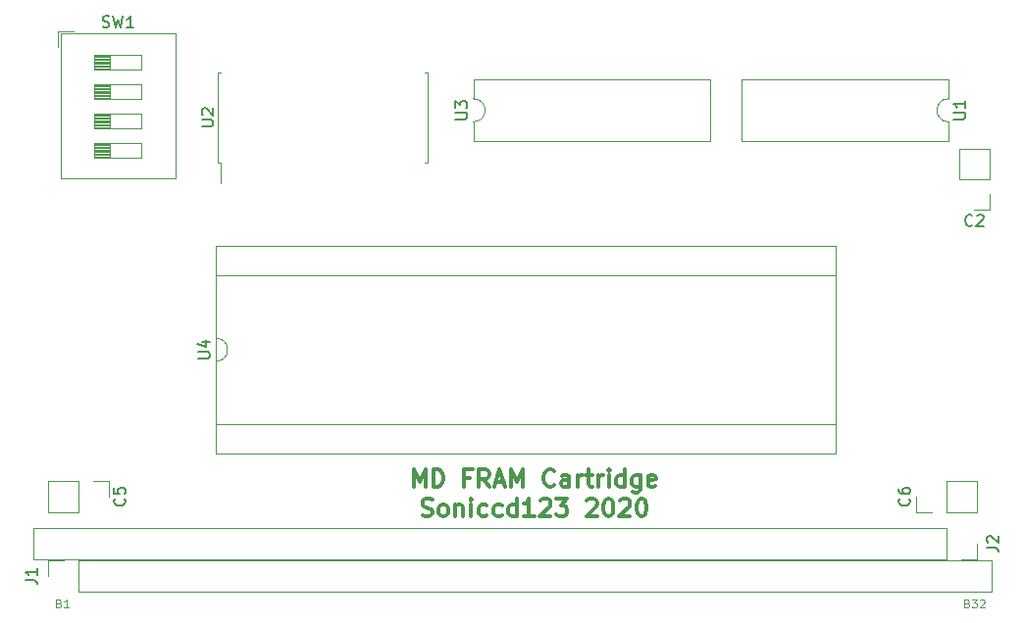
<source format=gbr>
G04 #@! TF.GenerationSoftware,KiCad,Pcbnew,(5.1.4)-1*
G04 #@! TF.CreationDate,2020-07-31T00:20:29-03:00*
G04 #@! TF.ProjectId,Cart_FeRAM,43617274-5f46-4655-9241-4d2e6b696361,rev?*
G04 #@! TF.SameCoordinates,Original*
G04 #@! TF.FileFunction,Legend,Top*
G04 #@! TF.FilePolarity,Positive*
%FSLAX46Y46*%
G04 Gerber Fmt 4.6, Leading zero omitted, Abs format (unit mm)*
G04 Created by KiCad (PCBNEW (5.1.4)-1) date 2020-07-31 00:20:29*
%MOMM*%
%LPD*%
G04 APERTURE LIST*
%ADD10C,0.100000*%
%ADD11C,0.300000*%
%ADD12C,0.120000*%
%ADD13C,0.150000*%
G04 APERTURE END LIST*
D10*
X91791666Y-104979000D02*
X91891666Y-105012333D01*
X91925000Y-105045666D01*
X91958333Y-105112333D01*
X91958333Y-105212333D01*
X91925000Y-105279000D01*
X91891666Y-105312333D01*
X91825000Y-105345666D01*
X91558333Y-105345666D01*
X91558333Y-104645666D01*
X91791666Y-104645666D01*
X91858333Y-104679000D01*
X91891666Y-104712333D01*
X91925000Y-104779000D01*
X91925000Y-104845666D01*
X91891666Y-104912333D01*
X91858333Y-104945666D01*
X91791666Y-104979000D01*
X91558333Y-104979000D01*
X92625000Y-105345666D02*
X92225000Y-105345666D01*
X92425000Y-105345666D02*
X92425000Y-104645666D01*
X92358333Y-104745666D01*
X92291666Y-104812333D01*
X92225000Y-104845666D01*
X170198333Y-104979000D02*
X170298333Y-105012333D01*
X170331666Y-105045666D01*
X170365000Y-105112333D01*
X170365000Y-105212333D01*
X170331666Y-105279000D01*
X170298333Y-105312333D01*
X170231666Y-105345666D01*
X169965000Y-105345666D01*
X169965000Y-104645666D01*
X170198333Y-104645666D01*
X170265000Y-104679000D01*
X170298333Y-104712333D01*
X170331666Y-104779000D01*
X170331666Y-104845666D01*
X170298333Y-104912333D01*
X170265000Y-104945666D01*
X170198333Y-104979000D01*
X169965000Y-104979000D01*
X170598333Y-104645666D02*
X171031666Y-104645666D01*
X170798333Y-104912333D01*
X170898333Y-104912333D01*
X170965000Y-104945666D01*
X170998333Y-104979000D01*
X171031666Y-105045666D01*
X171031666Y-105212333D01*
X170998333Y-105279000D01*
X170965000Y-105312333D01*
X170898333Y-105345666D01*
X170698333Y-105345666D01*
X170631666Y-105312333D01*
X170598333Y-105279000D01*
X171298333Y-104712333D02*
X171331666Y-104679000D01*
X171398333Y-104645666D01*
X171565000Y-104645666D01*
X171631666Y-104679000D01*
X171665000Y-104712333D01*
X171698333Y-104779000D01*
X171698333Y-104845666D01*
X171665000Y-104945666D01*
X171265000Y-105345666D01*
X171698333Y-105345666D01*
D11*
X122413428Y-94907571D02*
X122413428Y-93407571D01*
X122913428Y-94479000D01*
X123413428Y-93407571D01*
X123413428Y-94907571D01*
X124127714Y-94907571D02*
X124127714Y-93407571D01*
X124484857Y-93407571D01*
X124699142Y-93479000D01*
X124842000Y-93621857D01*
X124913428Y-93764714D01*
X124984857Y-94050428D01*
X124984857Y-94264714D01*
X124913428Y-94550428D01*
X124842000Y-94693285D01*
X124699142Y-94836142D01*
X124484857Y-94907571D01*
X124127714Y-94907571D01*
X127270571Y-94121857D02*
X126770571Y-94121857D01*
X126770571Y-94907571D02*
X126770571Y-93407571D01*
X127484857Y-93407571D01*
X128913428Y-94907571D02*
X128413428Y-94193285D01*
X128056285Y-94907571D02*
X128056285Y-93407571D01*
X128627714Y-93407571D01*
X128770571Y-93479000D01*
X128842000Y-93550428D01*
X128913428Y-93693285D01*
X128913428Y-93907571D01*
X128842000Y-94050428D01*
X128770571Y-94121857D01*
X128627714Y-94193285D01*
X128056285Y-94193285D01*
X129484857Y-94479000D02*
X130199142Y-94479000D01*
X129342000Y-94907571D02*
X129842000Y-93407571D01*
X130342000Y-94907571D01*
X130842000Y-94907571D02*
X130842000Y-93407571D01*
X131342000Y-94479000D01*
X131842000Y-93407571D01*
X131842000Y-94907571D01*
X134556285Y-94764714D02*
X134484857Y-94836142D01*
X134270571Y-94907571D01*
X134127714Y-94907571D01*
X133913428Y-94836142D01*
X133770571Y-94693285D01*
X133699142Y-94550428D01*
X133627714Y-94264714D01*
X133627714Y-94050428D01*
X133699142Y-93764714D01*
X133770571Y-93621857D01*
X133913428Y-93479000D01*
X134127714Y-93407571D01*
X134270571Y-93407571D01*
X134484857Y-93479000D01*
X134556285Y-93550428D01*
X135842000Y-94907571D02*
X135842000Y-94121857D01*
X135770571Y-93979000D01*
X135627714Y-93907571D01*
X135342000Y-93907571D01*
X135199142Y-93979000D01*
X135842000Y-94836142D02*
X135699142Y-94907571D01*
X135342000Y-94907571D01*
X135199142Y-94836142D01*
X135127714Y-94693285D01*
X135127714Y-94550428D01*
X135199142Y-94407571D01*
X135342000Y-94336142D01*
X135699142Y-94336142D01*
X135842000Y-94264714D01*
X136556285Y-94907571D02*
X136556285Y-93907571D01*
X136556285Y-94193285D02*
X136627714Y-94050428D01*
X136699142Y-93979000D01*
X136842000Y-93907571D01*
X136984857Y-93907571D01*
X137270571Y-93907571D02*
X137842000Y-93907571D01*
X137484857Y-93407571D02*
X137484857Y-94693285D01*
X137556285Y-94836142D01*
X137699142Y-94907571D01*
X137842000Y-94907571D01*
X138342000Y-94907571D02*
X138342000Y-93907571D01*
X138342000Y-94193285D02*
X138413428Y-94050428D01*
X138484857Y-93979000D01*
X138627714Y-93907571D01*
X138770571Y-93907571D01*
X139270571Y-94907571D02*
X139270571Y-93907571D01*
X139270571Y-93407571D02*
X139199142Y-93479000D01*
X139270571Y-93550428D01*
X139342000Y-93479000D01*
X139270571Y-93407571D01*
X139270571Y-93550428D01*
X140627714Y-94907571D02*
X140627714Y-93407571D01*
X140627714Y-94836142D02*
X140484857Y-94907571D01*
X140199142Y-94907571D01*
X140056285Y-94836142D01*
X139984857Y-94764714D01*
X139913428Y-94621857D01*
X139913428Y-94193285D01*
X139984857Y-94050428D01*
X140056285Y-93979000D01*
X140199142Y-93907571D01*
X140484857Y-93907571D01*
X140627714Y-93979000D01*
X141984857Y-93907571D02*
X141984857Y-95121857D01*
X141913428Y-95264714D01*
X141842000Y-95336142D01*
X141699142Y-95407571D01*
X141484857Y-95407571D01*
X141342000Y-95336142D01*
X141984857Y-94836142D02*
X141842000Y-94907571D01*
X141556285Y-94907571D01*
X141413428Y-94836142D01*
X141342000Y-94764714D01*
X141270571Y-94621857D01*
X141270571Y-94193285D01*
X141342000Y-94050428D01*
X141413428Y-93979000D01*
X141556285Y-93907571D01*
X141842000Y-93907571D01*
X141984857Y-93979000D01*
X143270571Y-94836142D02*
X143127714Y-94907571D01*
X142842000Y-94907571D01*
X142699142Y-94836142D01*
X142627714Y-94693285D01*
X142627714Y-94121857D01*
X142699142Y-93979000D01*
X142842000Y-93907571D01*
X143127714Y-93907571D01*
X143270571Y-93979000D01*
X143342000Y-94121857D01*
X143342000Y-94264714D01*
X142627714Y-94407571D01*
X123163428Y-97386142D02*
X123377714Y-97457571D01*
X123734857Y-97457571D01*
X123877714Y-97386142D01*
X123949142Y-97314714D01*
X124020571Y-97171857D01*
X124020571Y-97029000D01*
X123949142Y-96886142D01*
X123877714Y-96814714D01*
X123734857Y-96743285D01*
X123449142Y-96671857D01*
X123306285Y-96600428D01*
X123234857Y-96529000D01*
X123163428Y-96386142D01*
X123163428Y-96243285D01*
X123234857Y-96100428D01*
X123306285Y-96029000D01*
X123449142Y-95957571D01*
X123806285Y-95957571D01*
X124020571Y-96029000D01*
X124877714Y-97457571D02*
X124734857Y-97386142D01*
X124663428Y-97314714D01*
X124592000Y-97171857D01*
X124592000Y-96743285D01*
X124663428Y-96600428D01*
X124734857Y-96529000D01*
X124877714Y-96457571D01*
X125092000Y-96457571D01*
X125234857Y-96529000D01*
X125306285Y-96600428D01*
X125377714Y-96743285D01*
X125377714Y-97171857D01*
X125306285Y-97314714D01*
X125234857Y-97386142D01*
X125092000Y-97457571D01*
X124877714Y-97457571D01*
X126020571Y-96457571D02*
X126020571Y-97457571D01*
X126020571Y-96600428D02*
X126092000Y-96529000D01*
X126234857Y-96457571D01*
X126449142Y-96457571D01*
X126592000Y-96529000D01*
X126663428Y-96671857D01*
X126663428Y-97457571D01*
X127377714Y-97457571D02*
X127377714Y-96457571D01*
X127377714Y-95957571D02*
X127306285Y-96029000D01*
X127377714Y-96100428D01*
X127449142Y-96029000D01*
X127377714Y-95957571D01*
X127377714Y-96100428D01*
X128734857Y-97386142D02*
X128592000Y-97457571D01*
X128306285Y-97457571D01*
X128163428Y-97386142D01*
X128092000Y-97314714D01*
X128020571Y-97171857D01*
X128020571Y-96743285D01*
X128092000Y-96600428D01*
X128163428Y-96529000D01*
X128306285Y-96457571D01*
X128592000Y-96457571D01*
X128734857Y-96529000D01*
X130020571Y-97386142D02*
X129877714Y-97457571D01*
X129592000Y-97457571D01*
X129449142Y-97386142D01*
X129377714Y-97314714D01*
X129306285Y-97171857D01*
X129306285Y-96743285D01*
X129377714Y-96600428D01*
X129449142Y-96529000D01*
X129592000Y-96457571D01*
X129877714Y-96457571D01*
X130020571Y-96529000D01*
X131306285Y-97457571D02*
X131306285Y-95957571D01*
X131306285Y-97386142D02*
X131163428Y-97457571D01*
X130877714Y-97457571D01*
X130734857Y-97386142D01*
X130663428Y-97314714D01*
X130592000Y-97171857D01*
X130592000Y-96743285D01*
X130663428Y-96600428D01*
X130734857Y-96529000D01*
X130877714Y-96457571D01*
X131163428Y-96457571D01*
X131306285Y-96529000D01*
X132806285Y-97457571D02*
X131949142Y-97457571D01*
X132377714Y-97457571D02*
X132377714Y-95957571D01*
X132234857Y-96171857D01*
X132092000Y-96314714D01*
X131949142Y-96386142D01*
X133377714Y-96100428D02*
X133449142Y-96029000D01*
X133592000Y-95957571D01*
X133949142Y-95957571D01*
X134092000Y-96029000D01*
X134163428Y-96100428D01*
X134234857Y-96243285D01*
X134234857Y-96386142D01*
X134163428Y-96600428D01*
X133306285Y-97457571D01*
X134234857Y-97457571D01*
X134734857Y-95957571D02*
X135663428Y-95957571D01*
X135163428Y-96529000D01*
X135377714Y-96529000D01*
X135520571Y-96600428D01*
X135592000Y-96671857D01*
X135663428Y-96814714D01*
X135663428Y-97171857D01*
X135592000Y-97314714D01*
X135520571Y-97386142D01*
X135377714Y-97457571D01*
X134949142Y-97457571D01*
X134806285Y-97386142D01*
X134734857Y-97314714D01*
X137377714Y-96100428D02*
X137449142Y-96029000D01*
X137592000Y-95957571D01*
X137949142Y-95957571D01*
X138092000Y-96029000D01*
X138163428Y-96100428D01*
X138234857Y-96243285D01*
X138234857Y-96386142D01*
X138163428Y-96600428D01*
X137306285Y-97457571D01*
X138234857Y-97457571D01*
X139163428Y-95957571D02*
X139306285Y-95957571D01*
X139449142Y-96029000D01*
X139520571Y-96100428D01*
X139592000Y-96243285D01*
X139663428Y-96529000D01*
X139663428Y-96886142D01*
X139592000Y-97171857D01*
X139520571Y-97314714D01*
X139449142Y-97386142D01*
X139306285Y-97457571D01*
X139163428Y-97457571D01*
X139020571Y-97386142D01*
X138949142Y-97314714D01*
X138877714Y-97171857D01*
X138806285Y-96886142D01*
X138806285Y-96529000D01*
X138877714Y-96243285D01*
X138949142Y-96100428D01*
X139020571Y-96029000D01*
X139163428Y-95957571D01*
X140234857Y-96100428D02*
X140306285Y-96029000D01*
X140449142Y-95957571D01*
X140806285Y-95957571D01*
X140949142Y-96029000D01*
X141020571Y-96100428D01*
X141092000Y-96243285D01*
X141092000Y-96386142D01*
X141020571Y-96600428D01*
X140163428Y-97457571D01*
X141092000Y-97457571D01*
X142020571Y-95957571D02*
X142163428Y-95957571D01*
X142306285Y-96029000D01*
X142377714Y-96100428D01*
X142449142Y-96243285D01*
X142520571Y-96529000D01*
X142520571Y-96886142D01*
X142449142Y-97171857D01*
X142377714Y-97314714D01*
X142306285Y-97386142D01*
X142163428Y-97457571D01*
X142020571Y-97457571D01*
X141877714Y-97386142D01*
X141806285Y-97314714D01*
X141734857Y-97171857D01*
X141663428Y-96886142D01*
X141663428Y-96529000D01*
X141734857Y-96243285D01*
X141806285Y-96100428D01*
X141877714Y-96029000D01*
X142020571Y-95957571D01*
D12*
X91951000Y-55746000D02*
X101851000Y-55746000D01*
X91951000Y-68206000D02*
X101851000Y-68206000D01*
X91951000Y-55746000D02*
X91951000Y-68206000D01*
X101851000Y-55746000D02*
X101851000Y-68206000D01*
X91711000Y-55506000D02*
X93095000Y-55506000D01*
X91711000Y-55506000D02*
X91711000Y-56889000D01*
X94871000Y-57531000D02*
X94871000Y-58801000D01*
X94871000Y-58801000D02*
X98931000Y-58801000D01*
X98931000Y-58801000D02*
X98931000Y-57531000D01*
X98931000Y-57531000D02*
X94871000Y-57531000D01*
X94871000Y-57651000D02*
X96224333Y-57651000D01*
X94871000Y-57771000D02*
X96224333Y-57771000D01*
X94871000Y-57891000D02*
X96224333Y-57891000D01*
X94871000Y-58011000D02*
X96224333Y-58011000D01*
X94871000Y-58131000D02*
X96224333Y-58131000D01*
X94871000Y-58251000D02*
X96224333Y-58251000D01*
X94871000Y-58371000D02*
X96224333Y-58371000D01*
X94871000Y-58491000D02*
X96224333Y-58491000D01*
X94871000Y-58611000D02*
X96224333Y-58611000D01*
X94871000Y-58731000D02*
X96224333Y-58731000D01*
X96224333Y-57531000D02*
X96224333Y-58801000D01*
X94871000Y-60071000D02*
X94871000Y-61341000D01*
X94871000Y-61341000D02*
X98931000Y-61341000D01*
X98931000Y-61341000D02*
X98931000Y-60071000D01*
X98931000Y-60071000D02*
X94871000Y-60071000D01*
X94871000Y-60191000D02*
X96224333Y-60191000D01*
X94871000Y-60311000D02*
X96224333Y-60311000D01*
X94871000Y-60431000D02*
X96224333Y-60431000D01*
X94871000Y-60551000D02*
X96224333Y-60551000D01*
X94871000Y-60671000D02*
X96224333Y-60671000D01*
X94871000Y-60791000D02*
X96224333Y-60791000D01*
X94871000Y-60911000D02*
X96224333Y-60911000D01*
X94871000Y-61031000D02*
X96224333Y-61031000D01*
X94871000Y-61151000D02*
X96224333Y-61151000D01*
X94871000Y-61271000D02*
X96224333Y-61271000D01*
X96224333Y-60071000D02*
X96224333Y-61341000D01*
X94871000Y-62611000D02*
X94871000Y-63881000D01*
X94871000Y-63881000D02*
X98931000Y-63881000D01*
X98931000Y-63881000D02*
X98931000Y-62611000D01*
X98931000Y-62611000D02*
X94871000Y-62611000D01*
X94871000Y-62731000D02*
X96224333Y-62731000D01*
X94871000Y-62851000D02*
X96224333Y-62851000D01*
X94871000Y-62971000D02*
X96224333Y-62971000D01*
X94871000Y-63091000D02*
X96224333Y-63091000D01*
X94871000Y-63211000D02*
X96224333Y-63211000D01*
X94871000Y-63331000D02*
X96224333Y-63331000D01*
X94871000Y-63451000D02*
X96224333Y-63451000D01*
X94871000Y-63571000D02*
X96224333Y-63571000D01*
X94871000Y-63691000D02*
X96224333Y-63691000D01*
X94871000Y-63811000D02*
X96224333Y-63811000D01*
X96224333Y-62611000D02*
X96224333Y-63881000D01*
X94871000Y-65151000D02*
X94871000Y-66421000D01*
X94871000Y-66421000D02*
X98931000Y-66421000D01*
X98931000Y-66421000D02*
X98931000Y-65151000D01*
X98931000Y-65151000D02*
X94871000Y-65151000D01*
X94871000Y-65271000D02*
X96224333Y-65271000D01*
X94871000Y-65391000D02*
X96224333Y-65391000D01*
X94871000Y-65511000D02*
X96224333Y-65511000D01*
X94871000Y-65631000D02*
X96224333Y-65631000D01*
X94871000Y-65751000D02*
X96224333Y-65751000D01*
X94871000Y-65871000D02*
X96224333Y-65871000D01*
X94871000Y-65991000D02*
X96224333Y-65991000D01*
X94871000Y-66111000D02*
X96224333Y-66111000D01*
X94871000Y-66231000D02*
X96224333Y-66231000D01*
X94871000Y-66351000D02*
X96224333Y-66351000D01*
X96224333Y-65151000D02*
X96224333Y-66421000D01*
X165802000Y-97088000D02*
X165802000Y-95758000D01*
X167132000Y-97088000D02*
X165802000Y-97088000D01*
X168402000Y-97088000D02*
X168402000Y-94428000D01*
X168402000Y-94428000D02*
X171002000Y-94428000D01*
X168402000Y-97088000D02*
X171002000Y-97088000D01*
X171002000Y-97088000D02*
X171002000Y-94428000D01*
X96072000Y-94428000D02*
X96072000Y-95758000D01*
X94742000Y-94428000D02*
X96072000Y-94428000D01*
X93472000Y-94428000D02*
X93472000Y-97088000D01*
X93472000Y-97088000D02*
X90872000Y-97088000D01*
X93472000Y-94428000D02*
X90872000Y-94428000D01*
X90872000Y-94428000D02*
X90872000Y-97088000D01*
X172145000Y-70926000D02*
X170815000Y-70926000D01*
X172145000Y-69596000D02*
X172145000Y-70926000D01*
X172145000Y-68326000D02*
X169485000Y-68326000D01*
X169485000Y-68326000D02*
X169485000Y-65726000D01*
X172145000Y-68326000D02*
X172145000Y-65726000D01*
X172145000Y-65726000D02*
X169485000Y-65726000D01*
X168589000Y-63357000D02*
G75*
G02X168589000Y-61357000I0J1000000D01*
G01*
X168589000Y-61357000D02*
X168589000Y-59707000D01*
X168589000Y-59707000D02*
X150689000Y-59707000D01*
X150689000Y-59707000D02*
X150689000Y-65007000D01*
X150689000Y-65007000D02*
X168589000Y-65007000D01*
X168589000Y-65007000D02*
X168589000Y-63357000D01*
X93472000Y-103946000D02*
X93472000Y-101286000D01*
X93472000Y-103946000D02*
X172272000Y-103946000D01*
X172272000Y-103946000D02*
X172272000Y-101286000D01*
X93472000Y-101286000D02*
X172272000Y-101286000D01*
X90872000Y-101286000D02*
X92202000Y-101286000D01*
X90872000Y-102616000D02*
X90872000Y-101286000D01*
X171002000Y-99822000D02*
X171002000Y-101152000D01*
X171002000Y-101152000D02*
X169672000Y-101152000D01*
X168402000Y-101152000D02*
X89602000Y-101152000D01*
X89602000Y-98492000D02*
X89602000Y-101152000D01*
X168402000Y-98492000D02*
X89602000Y-98492000D01*
X168402000Y-98492000D02*
X168402000Y-101152000D01*
X123614000Y-62992000D02*
X123614000Y-59132000D01*
X123614000Y-59132000D02*
X123369000Y-59132000D01*
X123614000Y-62992000D02*
X123614000Y-66852000D01*
X123614000Y-66852000D02*
X123369000Y-66852000D01*
X105494000Y-62992000D02*
X105494000Y-59132000D01*
X105494000Y-59132000D02*
X105739000Y-59132000D01*
X105494000Y-62992000D02*
X105494000Y-66852000D01*
X105494000Y-66852000D02*
X105739000Y-66852000D01*
X105739000Y-66852000D02*
X105739000Y-68667000D01*
X127575000Y-61357000D02*
G75*
G02X127575000Y-63357000I0J-1000000D01*
G01*
X127575000Y-63357000D02*
X127575000Y-65007000D01*
X127575000Y-65007000D02*
X148015000Y-65007000D01*
X148015000Y-65007000D02*
X148015000Y-59707000D01*
X148015000Y-59707000D02*
X127575000Y-59707000D01*
X127575000Y-59707000D02*
X127575000Y-61357000D01*
X105350000Y-82058000D02*
G75*
G02X105350000Y-84058000I0J-1000000D01*
G01*
X105350000Y-84058000D02*
X105350000Y-89518000D01*
X105350000Y-89518000D02*
X158810000Y-89518000D01*
X158810000Y-89518000D02*
X158810000Y-76598000D01*
X158810000Y-76598000D02*
X105350000Y-76598000D01*
X105350000Y-76598000D02*
X105350000Y-82058000D01*
X105290000Y-92008000D02*
X158870000Y-92008000D01*
X158870000Y-92008000D02*
X158870000Y-74108000D01*
X158870000Y-74108000D02*
X105290000Y-74108000D01*
X105290000Y-74108000D02*
X105290000Y-92008000D01*
D13*
X95567666Y-55150761D02*
X95710523Y-55198380D01*
X95948619Y-55198380D01*
X96043857Y-55150761D01*
X96091476Y-55103142D01*
X96139095Y-55007904D01*
X96139095Y-54912666D01*
X96091476Y-54817428D01*
X96043857Y-54769809D01*
X95948619Y-54722190D01*
X95758142Y-54674571D01*
X95662904Y-54626952D01*
X95615285Y-54579333D01*
X95567666Y-54484095D01*
X95567666Y-54388857D01*
X95615285Y-54293619D01*
X95662904Y-54246000D01*
X95758142Y-54198380D01*
X95996238Y-54198380D01*
X96139095Y-54246000D01*
X96472428Y-54198380D02*
X96710523Y-55198380D01*
X96901000Y-54484095D01*
X97091476Y-55198380D01*
X97329571Y-54198380D01*
X98234333Y-55198380D02*
X97662904Y-55198380D01*
X97948619Y-55198380D02*
X97948619Y-54198380D01*
X97853380Y-54341238D01*
X97758142Y-54436476D01*
X97662904Y-54484095D01*
X165159142Y-95924666D02*
X165206761Y-95972285D01*
X165254380Y-96115142D01*
X165254380Y-96210380D01*
X165206761Y-96353238D01*
X165111523Y-96448476D01*
X165016285Y-96496095D01*
X164825809Y-96543714D01*
X164682952Y-96543714D01*
X164492476Y-96496095D01*
X164397238Y-96448476D01*
X164302000Y-96353238D01*
X164254380Y-96210380D01*
X164254380Y-96115142D01*
X164302000Y-95972285D01*
X164349619Y-95924666D01*
X164254380Y-95067523D02*
X164254380Y-95258000D01*
X164302000Y-95353238D01*
X164349619Y-95400857D01*
X164492476Y-95496095D01*
X164682952Y-95543714D01*
X165063904Y-95543714D01*
X165159142Y-95496095D01*
X165206761Y-95448476D01*
X165254380Y-95353238D01*
X165254380Y-95162761D01*
X165206761Y-95067523D01*
X165159142Y-95019904D01*
X165063904Y-94972285D01*
X164825809Y-94972285D01*
X164730571Y-95019904D01*
X164682952Y-95067523D01*
X164635333Y-95162761D01*
X164635333Y-95353238D01*
X164682952Y-95448476D01*
X164730571Y-95496095D01*
X164825809Y-95543714D01*
X97429142Y-95924666D02*
X97476761Y-95972285D01*
X97524380Y-96115142D01*
X97524380Y-96210380D01*
X97476761Y-96353238D01*
X97381523Y-96448476D01*
X97286285Y-96496095D01*
X97095809Y-96543714D01*
X96952952Y-96543714D01*
X96762476Y-96496095D01*
X96667238Y-96448476D01*
X96572000Y-96353238D01*
X96524380Y-96210380D01*
X96524380Y-96115142D01*
X96572000Y-95972285D01*
X96619619Y-95924666D01*
X96524380Y-95019904D02*
X96524380Y-95496095D01*
X97000571Y-95543714D01*
X96952952Y-95496095D01*
X96905333Y-95400857D01*
X96905333Y-95162761D01*
X96952952Y-95067523D01*
X97000571Y-95019904D01*
X97095809Y-94972285D01*
X97333904Y-94972285D01*
X97429142Y-95019904D01*
X97476761Y-95067523D01*
X97524380Y-95162761D01*
X97524380Y-95400857D01*
X97476761Y-95496095D01*
X97429142Y-95543714D01*
X170648333Y-72283142D02*
X170600714Y-72330761D01*
X170457857Y-72378380D01*
X170362619Y-72378380D01*
X170219761Y-72330761D01*
X170124523Y-72235523D01*
X170076904Y-72140285D01*
X170029285Y-71949809D01*
X170029285Y-71806952D01*
X170076904Y-71616476D01*
X170124523Y-71521238D01*
X170219761Y-71426000D01*
X170362619Y-71378380D01*
X170457857Y-71378380D01*
X170600714Y-71426000D01*
X170648333Y-71473619D01*
X171029285Y-71473619D02*
X171076904Y-71426000D01*
X171172142Y-71378380D01*
X171410238Y-71378380D01*
X171505476Y-71426000D01*
X171553095Y-71473619D01*
X171600714Y-71568857D01*
X171600714Y-71664095D01*
X171553095Y-71806952D01*
X170981666Y-72378380D01*
X171600714Y-72378380D01*
X169041380Y-63118904D02*
X169850904Y-63118904D01*
X169946142Y-63071285D01*
X169993761Y-63023666D01*
X170041380Y-62928428D01*
X170041380Y-62737952D01*
X169993761Y-62642714D01*
X169946142Y-62595095D01*
X169850904Y-62547476D01*
X169041380Y-62547476D01*
X170041380Y-61547476D02*
X170041380Y-62118904D01*
X170041380Y-61833190D02*
X169041380Y-61833190D01*
X169184238Y-61928428D01*
X169279476Y-62023666D01*
X169327095Y-62118904D01*
X88884380Y-102949333D02*
X89598666Y-102949333D01*
X89741523Y-102996952D01*
X89836761Y-103092190D01*
X89884380Y-103235047D01*
X89884380Y-103330285D01*
X89884380Y-101949333D02*
X89884380Y-102520761D01*
X89884380Y-102235047D02*
X88884380Y-102235047D01*
X89027238Y-102330285D01*
X89122476Y-102425523D01*
X89170095Y-102520761D01*
X171894380Y-100155333D02*
X172608666Y-100155333D01*
X172751523Y-100202952D01*
X172846761Y-100298190D01*
X172894380Y-100441047D01*
X172894380Y-100536285D01*
X171989619Y-99726761D02*
X171942000Y-99679142D01*
X171894380Y-99583904D01*
X171894380Y-99345809D01*
X171942000Y-99250571D01*
X171989619Y-99202952D01*
X172084857Y-99155333D01*
X172180095Y-99155333D01*
X172322952Y-99202952D01*
X172894380Y-99774380D01*
X172894380Y-99155333D01*
X104106380Y-63753904D02*
X104915904Y-63753904D01*
X105011142Y-63706285D01*
X105058761Y-63658666D01*
X105106380Y-63563428D01*
X105106380Y-63372952D01*
X105058761Y-63277714D01*
X105011142Y-63230095D01*
X104915904Y-63182476D01*
X104106380Y-63182476D01*
X104201619Y-62753904D02*
X104154000Y-62706285D01*
X104106380Y-62611047D01*
X104106380Y-62372952D01*
X104154000Y-62277714D01*
X104201619Y-62230095D01*
X104296857Y-62182476D01*
X104392095Y-62182476D01*
X104534952Y-62230095D01*
X105106380Y-62801523D01*
X105106380Y-62182476D01*
X126027380Y-63118904D02*
X126836904Y-63118904D01*
X126932142Y-63071285D01*
X126979761Y-63023666D01*
X127027380Y-62928428D01*
X127027380Y-62737952D01*
X126979761Y-62642714D01*
X126932142Y-62595095D01*
X126836904Y-62547476D01*
X126027380Y-62547476D01*
X126027380Y-62166523D02*
X126027380Y-61547476D01*
X126408333Y-61880809D01*
X126408333Y-61737952D01*
X126455952Y-61642714D01*
X126503571Y-61595095D01*
X126598809Y-61547476D01*
X126836904Y-61547476D01*
X126932142Y-61595095D01*
X126979761Y-61642714D01*
X127027380Y-61737952D01*
X127027380Y-62023666D01*
X126979761Y-62118904D01*
X126932142Y-62166523D01*
X103802380Y-83819904D02*
X104611904Y-83819904D01*
X104707142Y-83772285D01*
X104754761Y-83724666D01*
X104802380Y-83629428D01*
X104802380Y-83438952D01*
X104754761Y-83343714D01*
X104707142Y-83296095D01*
X104611904Y-83248476D01*
X103802380Y-83248476D01*
X104135714Y-82343714D02*
X104802380Y-82343714D01*
X103754761Y-82581809D02*
X104469047Y-82819904D01*
X104469047Y-82200857D01*
M02*

</source>
